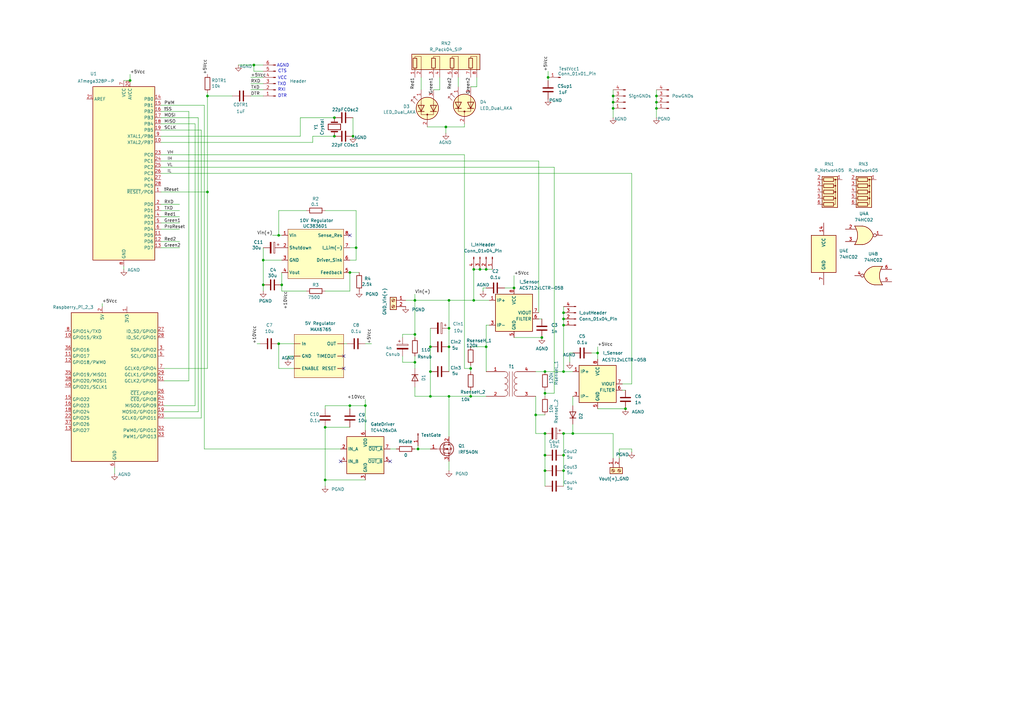
<source format=kicad_sch>
(kicad_sch (version 20250114) (generator "eeschema") (generator_version "9.0")
  (paper "A3")
  (lib_symbols
    (symbol "74xx:74HC02" (pin_names (offset 1.016))
      (property "Reference" "U" (at 0 1.27 0))
      (property "Value" "74HC02" (at 0 -1.27 0))
      (symbol "74HC02_1_1"
        (pin input line (at -7.62 2.54 0) (length 4.318) (name "~") (number "2"))
        (pin input line (at -7.62 -2.54 0) (length 4.318) (name "~") (number "3"))
        (pin output inverted (at 7.62 0 180) (length 3.81) (name "~") (number "1"))
      )
      (symbol "74HC02_1_2"
        (pin input inverted (at -7.62 2.54 0) (length 3.81) (name "~") (number "2"))
        (pin input inverted (at -7.62 -2.54 0) (length 3.81) (name "~") (number "3"))
        (pin output line (at 7.62 0 180) (length 3.81) (name "~") (number "1"))
      )
      (symbol "74HC02_2_1"
        (pin input line (at -7.62 2.54 0) (length 4.318) (name "~") (number "5"))
        (pin input line (at -7.62 -2.54 0) (length 4.318) (name "~") (number "6"))
        (pin output inverted (at 7.62 0 180) (length 3.81) (name "~") (number "4"))
      )
      (symbol "74HC02_2_2"
        (pin input inverted (at -7.62 2.54 0) (length 3.81) (name "~") (number "5"))
        (pin input inverted (at -7.62 -2.54 0) (length 3.81) (name "~") (number "6"))
        (pin output line (at 7.62 0 180) (length 3.81) (name "~") (number "4"))
      )
      (symbol "74HC02_3_1"
        (pin input line (at -7.62 2.54 0) (length 4.318) (name "~") (number "8"))
        (pin input line (at -7.62 -2.54 0) (length 4.318) (name "~") (number "9"))
        (pin output inverted (at 7.62 0 180) (length 3.81) (name "~") (number "10"))
      )
      (symbol "74HC02_3_2"
        (pin input inverted (at -7.62 2.54 0) (length 3.81) (name "~") (number "8"))
        (pin input inverted (at -7.62 -2.54 0) (length 3.81) (name "~") (number "9"))
        (pin output line (at 7.62 0 180) (length 3.81) (name "~") (number "10"))
      )
      (symbol "74HC02_4_1"
        (pin input line (at -7.62 2.54 0) (length 4.318) (name "~") (number "11"))
        (pin input line (at -7.62 -2.54 0) (length 4.318) (name "~") (number "12"))
        (pin output inverted (at 7.62 0 180) (length 3.81) (name "~") (number "13"))
      )
      (symbol "74HC02_4_2"
        (pin input inverted (at -7.62 2.54 0) (length 3.81) (name "~") (number "11"))
        (pin input inverted (at -7.62 -2.54 0) (length 3.81) (name "~") (number "12"))
        (pin output line (at 7.62 0 180) (length 3.81) (name "~") (number "13"))
      )
      (symbol "74HC02_5_0"
        (pin power_in line (at 0 12.7 270) (length 5.08) (name "VCC") (number "14"))
        (pin power_in line (at 0 -12.7 90) (length 5.08) (name "GND") (number "7"))
      )
    )
    (symbol "Connector:Conn_01x01_Pin" (pin_names (offset 1.016) (hide yes))
      (property "Reference" "J" (at 0 2.54 0))
      (property "Value" "Conn_01x01_Pin" (at 0 -2.54 0))
      (symbol "Conn_01x01_Pin_1_1"
        (pin passive line (at 5.08 0 180) (length 3.81) (name "Pin_1") (number "1"))
      )
    )
    (symbol "Connector:Conn_01x04_Pin" (pin_names (offset 1.016) (hide yes))
      (property "Reference" "J" (at 0 5.08 0))
      (property "Value" "Conn_01x04_Pin" (at 0 -7.62 0))
      (symbol "Conn_01x04_Pin_1_1"
        (pin passive line (at 5.08 2.54 180) (length 3.81) (name "Pin_1") (number "1"))
        (pin passive line (at 5.08 0 180) (length 3.81) (name "Pin_2") (number "2"))
        (pin passive line (at 5.08 -2.54 180) (length 3.81) (name "Pin_3") (number "3"))
        (pin passive line (at 5.08 -5.08 180) (length 3.81) (name "Pin_4") (number "4"))
      )
    )
    (symbol "Connector:Raspberry_Pi_2_3"
      (property "Reference" "J" (at -17.78 31.75 0))
      (property "Value" "Raspberry_Pi_2_3" (at 10.16 -31.75 0))
      (symbol "Raspberry_Pi_2_3_1_1"
        (pin bidirectional line (at -20.32 22.86 0) (length 2.54) (name "GPIO14/TXD") (number "8"))
        (pin bidirectional line (at -20.32 20.32 0) (length 2.54) (name "GPIO15/RXD") (number "10"))
        (pin bidirectional line (at -20.32 15.24 0) (length 2.54) (name "GPIO16") (number "36"))
        (pin bidirectional line (at -20.32 12.7 0) (length 2.54) (name "GPIO17") (number "11"))
        (pin bidirectional line (at -20.32 10.16 0) (length 2.54) (name "GPIO18/PWM0") (number "12"))
        (pin bidirectional line (at -20.32 5.08 0) (length 2.54) (name "GPIO19/MISO1") (number "35"))
        (pin bidirectional line (at -20.32 2.54 0) (length 2.54) (name "GPIO20/MOSI1") (number "38"))
        (pin bidirectional line (at -20.32 0 0) (length 2.54) (name "GPIO21/SCLK1") (number "40"))
        (pin bidirectional line (at -20.32 -5.08 0) (length 2.54) (name "GPIO22") (number "15"))
        (pin bidirectional line (at -20.32 -7.62 0) (length 2.54) (name "GPIO23") (number "16"))
        (pin bidirectional line (at -20.32 -10.16 0) (length 2.54) (name "GPIO24") (number "18"))
        (pin bidirectional line (at -20.32 -12.7 0) (length 2.54) (name "GPIO25") (number "22"))
        (pin bidirectional line (at -20.32 -15.24 0) (length 2.54) (name "GPIO26") (number "37"))
        (pin bidirectional line (at -20.32 -17.78 0) (length 2.54) (name "GPIO27") (number "13"))
        (pin power_in line (at -5.08 33.02 270) (length 2.54) (name "5V") (number "2"))
        (pin passive line (at -5.08 33.02 270) (length 2.54) (hide yes) (name "5V") (number "4"))
        (pin passive line (at 0 -33.02 90) (length 2.54) (hide yes) (name "GND") (number "14"))
        (pin passive line (at 0 -33.02 90) (length 2.54) (hide yes) (name "GND") (number "20"))
        (pin passive line (at 0 -33.02 90) (length 2.54) (hide yes) (name "GND") (number "25"))
        (pin passive line (at 0 -33.02 90) (length 2.54) (hide yes) (name "GND") (number "30"))
        (pin passive line (at 0 -33.02 90) (length 2.54) (hide yes) (name "GND") (number "34"))
        (pin passive line (at 0 -33.02 90) (length 2.54) (hide yes) (name "GND") (number "39"))
        (pin power_in line (at 0 -33.02 90) (length 2.54) (name "GND") (number "6"))
        (pin passive line (at 0 -33.02 90) (length 2.54) (hide yes) (name "GND") (number "9"))
        (pin power_in line (at 5.08 33.02 270) (length 2.54) (name "3V3") (number "1"))
        (pin passive line (at 5.08 33.02 270) (length 2.54) (hide yes) (name "3V3") (number "17"))
        (pin bidirectional line (at 20.32 22.86 180) (length 2.54) (name "ID_SD/GPIO0") (number "27"))
        (pin bidirectional line (at 20.32 20.32 180) (length 2.54) (name "ID_SC/GPIO1") (number "28"))
        (pin bidirectional line (at 20.32 15.24 180) (length 2.54) (name "SDA/GPIO2") (number "3"))
        (pin bidirectional line (at 20.32 12.7 180) (length 2.54) (name "SCL/GPIO3") (number "5"))
        (pin bidirectional line (at 20.32 7.62 180) (length 2.54) (name "GCLK0/GPIO4") (number "7"))
        (pin bidirectional line (at 20.32 5.08 180) (length 2.54) (name "GCLK1/GPIO5") (number "29"))
        (pin bidirectional line (at 20.32 2.54 180) (length 2.54) (name "GCLK2/GPIO6") (number "31"))
        (pin bidirectional line (at 20.32 -2.54 180) (length 2.54) (name "~{CE1}/GPIO7") (number "26"))
        (pin bidirectional line (at 20.32 -5.08 180) (length 2.54) (name "~{CE0}/GPIO8") (number "24"))
        (pin bidirectional line (at 20.32 -7.62 180) (length 2.54) (name "MISO0/GPIO9") (number "21"))
        (pin bidirectional line (at 20.32 -10.16 180) (length 2.54) (name "MOSI0/GPIO10") (number "19"))
        (pin bidirectional line (at 20.32 -12.7 180) (length 2.54) (name "SCLK0/GPIO11") (number "23"))
        (pin bidirectional line (at 20.32 -17.78 180) (length 2.54) (name "PWM0/GPIO12") (number "32"))
        (pin bidirectional line (at 20.32 -20.32 180) (length 2.54) (name "PWM1/GPIO13") (number "33"))
      )
    )
    (symbol "Connector:Screw_Terminal_01x02" (pin_names (offset 1.016) (hide yes))
      (property "Reference" "J" (at 0 2.54 0))
      (property "Value" "Screw_Terminal_01x02" (at 0 -5.08 0))
      (symbol "Screw_Terminal_01x02_1_1"
        (pin passive line (at -5.08 0 0) (length 3.81) (name "Pin_1") (number "1"))
        (pin passive line (at -5.08 -2.54 0) (length 3.81) (name "Pin_2") (number "2"))
      )
    )
    (symbol "Device:C" (pin_numbers (hide yes)) (pin_names (offset 0.254))
      (property "Reference" "C" (at 0.635 2.54 0))
      (property "Value" "C" (at 0.635 -2.54 0))
      (symbol "C_1_1"
        (pin passive line (at 0 3.81 270) (length 2.794) (name "~") (number "1"))
        (pin passive line (at 0 -3.81 90) (length 2.794) (name "~") (number "2"))
      )
    )
    (symbol "Device:C_Polarized" (pin_numbers (hide yes)) (pin_names (offset 0.254))
      (property "Reference" "C" (at 0.635 2.54 0))
      (property "Value" "C_Polarized" (at 0.635 -2.54 0))
      (symbol "C_Polarized_1_1"
        (pin passive line (at 0 3.81 270) (length 2.794) (name "~") (number "1"))
        (pin passive line (at 0 -3.81 90) (length 2.794) (name "~") (number "2"))
      )
    )
    (symbol "Device:D" (pin_numbers (hide yes)) (pin_names (offset 1.016) (hide yes))
      (property "Reference" "D" (at 0 2.54 0))
      (property "Value" "D" (at 0 -2.54 0))
      (symbol "D_1_1"
        (pin passive line (at -3.81 0 0) (length 2.54) (name "K") (number "1"))
        (pin passive line (at 3.81 0 180) (length 2.54) (name "A") (number "2"))
      )
    )
    (symbol "Device:LED_Dual_AKA" (pin_names (offset 0) (hide yes))
      (property "Reference" "D" (at 0 5.715 0))
      (property "Value" "LED_Dual_AKA" (at 0 -6.35 0))
      (symbol "LED_Dual_AKA_1_1"
        (pin input line (at -7.62 0 0) (length 3.048) (name "K") (number "2"))
        (pin input line (at 7.62 2.54 180) (length 3.81) (name "A1") (number "1"))
        (pin input line (at 7.62 -2.54 180) (length 3.81) (name "A2") (number "3"))
      )
    )
    (symbol "Device:R" (pin_numbers (hide yes)) (pin_names (offset 0))
      (property "Reference" "R" (at 2.032 0 90))
      (property "Value" "R" (at 0 0 90))
      (symbol "R_1_1"
        (pin passive line (at 0 3.81 270) (length 1.27) (name "~") (number "1"))
        (pin passive line (at 0 -3.81 90) (length 1.27) (name "~") (number "2"))
      )
    )
    (symbol "Device:R_Network05" (pin_names (offset 0) (hide yes))
      (property "Reference" "RN" (at -7.62 0 90))
      (property "Value" "R_Network05" (at 7.62 0 90))
      (symbol "R_Network05_1_1"
        (pin passive line (at -5.08 5.08 270) (length 2.54) (name "common") (number "1"))
        (pin passive line (at -5.08 -5.08 90) (length 1.27) (name "R1") (number "2"))
        (pin passive line (at -2.54 -5.08 90) (length 1.27) (name "R2") (number "3"))
        (pin passive line (at 0 -5.08 90) (length 1.27) (name "R3") (number "4"))
        (pin passive line (at 2.54 -5.08 90) (length 1.27) (name "R4") (number "5"))
        (pin passive line (at 5.08 -5.08 90) (length 1.27) (name "R5") (number "6"))
      )
    )
    (symbol "Device:R_Pack04_SIP" (pin_names (offset 0) (hide yes))
      (property "Reference" "RN" (at -15.24 0 90))
      (property "Value" "R_Pack04_SIP" (at 15.24 0 90))
      (symbol "R_Pack04_SIP_1_1"
        (pin passive line (at -12.7 -5.08 90) (length 3.81) (name "R1.1") (number "1"))
        (pin passive line (at -10.16 -5.08 90) (length 3.81) (name "R1.2") (number "2"))
        (pin passive line (at -5.08 -5.08 90) (length 3.81) (name "R2.1") (number "3"))
        (pin passive line (at -2.54 -5.08 90) (length 3.81) (name "R2.2") (number "4"))
        (pin passive line (at 2.54 -5.08 90) (length 3.81) (name "R3.1") (number "5"))
        (pin passive line (at 5.08 -5.08 90) (length 3.81) (name "R3.2") (number "6"))
        (pin passive line (at 10.16 -5.08 90) (length 3.81) (name "R4.1") (number "7"))
        (pin passive line (at 12.7 -5.08 90) (length 3.81) (name "R4.2") (number "8"))
      )
    )
    (symbol "Device:Transformer_1P_1S" (pin_names (offset 1.016) (hide yes))
      (property "Reference" "T" (at 0 6.35 0))
      (property "Value" "Transformer_1P_1S" (at 0 -7.62 0))
      (symbol "Transformer_1P_1S_1_1"
        (pin passive line (at -10.16 5.08 0) (length 7.62) (name "AA") (number "1"))
        (pin passive line (at -10.16 -5.08 0) (length 7.62) (name "AB") (number "2"))
        (pin passive line (at 10.16 5.08 180) (length 7.62) (name "SB") (number "4"))
        (pin passive line (at 10.16 -5.08 180) (length 7.62) (name "SA") (number "3"))
      )
    )
    (symbol "Driver_FET:TC4426xOA"
      (property "Reference" "U" (at -7.62 8.89 0))
      (property "Value" "TC4426xOA" (at 1.27 8.89 0))
      (symbol "TC4426xOA_1_1"
        (pin input line (at -10.16 2.54 0) (length 2.54) (name "IN_A") (number "2"))
        (pin input line (at -10.16 -2.54 0) (length 2.54) (name "IN_B") (number "4"))
        (pin no_connect line (at -7.62 0 0) (length 2.54) (hide yes) (name "NC") (number "1"))
        (pin power_in line (at 0 10.16 270) (length 2.54) (name "VDD") (number "6"))
        (pin power_in line (at 0 -10.16 90) (length 2.54) (name "GND") (number "3"))
        (pin no_connect line (at 7.62 0 180) (length 2.54) (hide yes) (name "NC") (number "8"))
        (pin output line (at 10.16 2.54 180) (length 2.54) (name "~{OUT_A}") (number "7"))
        (pin output line (at 10.16 -2.54 180) (length 2.54) (name "~{OUT_B}") (number "5"))
      )
    )
    (symbol "MCU_Microchip_ATmega:ATmega328P-P"
      (property "Reference" "U" (at -12.7 36.83 0))
      (property "Value" "ATmega328P-P" (at 2.54 -36.83 0))
      (symbol "ATmega328P-P_1_1"
        (pin passive line (at -15.24 30.48 0) (length 2.54) (name "AREF") (number "21"))
        (pin power_in line (at 0 38.1 270) (length 2.54) (name "VCC") (number "7"))
        (pin passive line (at 0 -38.1 90) (length 2.54) (hide yes) (name "GND") (number "22"))
        (pin power_in line (at 0 -38.1 90) (length 2.54) (name "GND") (number "8"))
        (pin power_in line (at 2.54 38.1 270) (length 2.54) (name "AVCC") (number "20"))
        (pin bidirectional line (at 15.24 30.48 180) (length 2.54) (name "PB0") (number "14"))
        (pin bidirectional line (at 15.24 27.94 180) (length 2.54) (name "PB1") (number "15"))
        (pin bidirectional line (at 15.24 25.4 180) (length 2.54) (name "PB2") (number "16"))
        (pin bidirectional line (at 15.24 22.86 180) (length 2.54) (name "PB3") (number "17"))
        (pin bidirectional line (at 15.24 20.32 180) (length 2.54) (name "PB4") (number "18"))
        (pin bidirectional line (at 15.24 17.78 180) (length 2.54) (name "PB5") (number "19"))
        (pin bidirectional line (at 15.24 15.24 180) (length 2.54) (name "XTAL1/PB6") (number "9"))
        (pin bidirectional line (at 15.24 12.7 180) (length 2.54) (name "XTAL2/PB7") (number "10"))
        (pin bidirectional line (at 15.24 7.62 180) (length 2.54) (name "PC0") (number "23"))
        (pin bidirectional line (at 15.24 5.08 180) (length 2.54) (name "PC1") (number "24"))
        (pin bidirectional line (at 15.24 2.54 180) (length 2.54) (name "PC2") (number "25"))
        (pin bidirectional line (at 15.24 0 180) (length 2.54) (name "PC3") (number "26"))
        (pin bidirectional line (at 15.24 -2.54 180) (length 2.54) (name "PC4") (number "27"))
        (pin bidirectional line (at 15.24 -5.08 180) (length 2.54) (name "PC5") (number "28"))
        (pin bidirectional line (at 15.24 -7.62 180) (length 2.54) (name "~{RESET}/PC6") (number "1"))
        (pin bidirectional line (at 15.24 -12.7 180) (length 2.54) (name "PD0") (number "2"))
        (pin bidirectional line (at 15.24 -15.24 180) (length 2.54) (name "PD1") (number "3"))
        (pin bidirectional line (at 15.24 -17.78 180) (length 2.54) (name "PD2") (number "4"))
        (pin bidirectional line (at 15.24 -20.32 180) (length 2.54) (name "PD3") (number "5"))
        (pin bidirectional line (at 15.24 -22.86 180) (length 2.54) (name "PD4") (number "6"))
        (pin bidirectional line (at 15.24 -25.4 180) (length 2.54) (name "PD5") (number "11"))
        (pin bidirectional line (at 15.24 -27.94 180) (length 2.54) (name "PD6") (number "12"))
        (pin bidirectional line (at 15.24 -30.48 180) (length 2.54) (name "PD7") (number "13"))
      )
    )
    (symbol "New_Library:MAX6765"
      (property "Reference" "MAX6765" (at 0 0 0))
      (symbol "MAX6765_1_1"
        (pin input line (at -10.16 -5.08 0) (length 2.54) (name "In") (number ""))
        (pin input line (at -10.16 -10.16 0) (length 2.54) (name "GND") (number ""))
        (pin input line (at -10.16 -15.24 0) (length 2.54) (name "ENABLE") (number ""))
        (pin input line (at 10.16 -5.08 180) (length 2.54) (name "OUT") (number ""))
        (pin input line (at 10.16 -10.16 180) (length 2.54) (name "TIMEOUT") (number ""))
        (pin input line (at 10.16 -15.24 180) (length 2.54) (name "RESET") (number ""))
      )
    )
    (symbol "Regulator:UC2836D"
      (property "Reference" "UC2836D" (at 0 0 0))
      (symbol "UC2836D_1_1"
        (pin input line (at -13.97 -3.81 0) (length 2.54) (name "Vin") (number "1"))
        (pin input line (at -13.97 -8.89 0) (length 2.54) (name "Shutdown") (number "2"))
        (pin output line (at -13.97 -13.97 0) (length 2.54) (name "GND") (number "3"))
        (pin output line (at -13.97 -19.05 0) (length 2.54) (name "Vout") (number "4"))
        (pin unspecified line (at 13.97 -3.81 180) (length 2.54) (name "Sense_Res") (number "8"))
        (pin output line (at 13.97 -8.89 180) (length 2.54) (name "I_Lim(-)") (number "7"))
        (pin input line (at 13.97 -13.97 180) (length 2.54) (name "Driver_Sink") (number "6"))
        (pin input line (at 13.97 -19.05 180) (length 2.54) (name "Feedback") (number "5"))
      )
    )
    (symbol "Sensor_Current:ACS712xLCTR-05B"
      (property "Reference" "U" (at 2.54 11.43 0))
      (property "Value" "ACS712xLCTR-05B" (at 2.54 8.89 0))
      (symbol "ACS712xLCTR-05B_1_1"
        (pin passive line (at -10.16 5.08 0) (length 2.54) (name "IP+") (number "1"))
        (pin passive line (at -10.16 5.08 0) (length 2.54) (hide yes) (name "IP+") (number "2"))
        (pin passive line (at -10.16 -5.08 0) (length 2.54) (name "IP-") (number "3"))
        (pin passive line (at -10.16 -5.08 0) (length 2.54) (hide yes) (name "IP-") (number "4"))
        (pin power_in line (at 0 10.16 270) (length 2.54) (name "VCC") (number "8"))
        (pin power_in line (at 0 -10.16 90) (length 2.54) (name "GND") (number "5"))
        (pin output line (at 10.16 0 180) (length 2.54) (name "VIOUT") (number "7"))
        (pin passive line (at 10.16 -2.54 180) (length 2.54) (name "FILTER") (number "6"))
      )
    )
    (symbol "Transistor_FET:IRF540N" (pin_names (hide yes))
      (property "Reference" "Q" (at 5.08 1.905 0))
      (property "Value" "IRF540N" (at 5.08 0 0))
      (symbol "IRF540N_1_1"
        (pin input line (at -5.08 0 0) (length 2.54) (name "G") (number "1"))
        (pin passive line (at 2.54 5.08 270) (length 2.54) (name "D") (number "2"))
        (pin passive line (at 2.54 -5.08 90) (length 2.54) (name "S") (number "3"))
      )
    )
    (symbol "Xtal_16MHz:Crystal" (pin_numbers (hide yes)) (pin_names (offset 1.016) (hide yes))
      (property "Reference" "Y" (at 0 3.81 0))
      (property "Value" "Crystal" (at 0 -3.81 0))
      (symbol "Crystal_1_1"
        (pin passive line (at -3.81 0 0) (length 1.27) (name "1") (number "1"))
        (pin passive line (at 3.81 0 180) (length 1.27) (name "2") (number "2"))
      )
    )
    (symbol "conn_01x06_male:Conn_01x06_Male" (pin_names (offset 1.016) (hide yes))
      (property "Reference" "HeaderFTDI1" (at -6.35 -1.524 0))
      (property "Value" "Conn_01x06_Male" (at -6.35 -3.8354 0))
      (symbol "Conn_01x06_Male_1_1"
        (pin passive line (at 5.08 5.08 180) (length 3.81) (name "Pin_1") (number "1"))
        (pin passive line (at 5.08 2.54 180) (length 3.81) (name "Pin_2") (number "2"))
        (pin passive line (at 5.08 0 180) (length 3.81) (name "Pin_3") (number "3"))
        (pin passive line (at 5.08 -2.54 180) (length 3.81) (name "Pin_4") (number "4"))
        (pin passive line (at 5.08 -5.08 180) (length 3.81) (name "Pin_5") (number "5"))
        (pin passive line (at 5.08 -7.62 180) (length 3.81) (name "Pin_6") (number "6"))
      )
    )
    (symbol "power:GND" (power) (pin_numbers (hide yes)) (pin_names (offset 0) (hide yes))
      (property "Value" "GND" (at 0 -3.81 0))
      (symbol "GND_1_1"
        (pin power_in line (at 0 0 270) (length 0) (name "~") (number "1"))
      )
    )
  )
  (text "VCC" (at 115.824 32.004 0) (effects (font (size 1.27 1.27))))
  (text "CTS\n" (at 115.824 29.21 0) (effects (font (size 1.27 1.27))))
  (text "TXO\n\n" (at 115.57 35.56 0) (effects (font (size 1.27 1.27))))
  (text "DTR\n" (at 115.824 39.37 0) (effects (font (size 1.27 1.27))))
  (text "RXI\n" (at 115.57 36.83 0) (effects (font (size 1.27 1.27))))
  (text "AGND\n\n" (at 116.078 27.94 0) (effects (font (size 1.27 1.27))))
  (junction (at 170.18 123.19))
  (junction (at 231.14 130.81))
  (junction (at 133.35 175.26))
  (junction (at 269.24 41.91))
  (junction (at 149.86 166.37))
  (junction (at 231.14 186.69))
  (junction (at 199.39 110.49))
  (junction (at 176.53 152.4))
  (junction (at 143.51 166.37))
  (junction (at 194.31 123.19))
  (junction (at 251.46 39.37))
  (junction (at 170.18 137.16))
  (junction (at 184.15 134.62))
  (junction (at 210.82 118.11))
  (junction (at 231.14 193.04))
  (junction (at 251.46 41.91))
  (junction (at 196.85 110.49))
  (junction (at 231.14 128.27))
  (junction (at 223.52 177.8))
  (junction (at 193.04 151.13))
  (junction (at 182.88 52.07))
  (junction (at 104.14 26.67))
  (junction (at 224.79 31.75))
  (junction (at 245.11 144.78))
  (junction (at 144.78 55.88))
  (junction (at 115.57 116.84))
  (junction (at 114.3 140.97))
  (junction (at 231.14 152.4))
  (junction (at 171.45 184.15))
  (junction (at 107.95 106.68))
  (junction (at 251.46 44.45))
  (junction (at 231.14 133.35))
  (junction (at 269.24 44.45))
  (junction (at 223.52 161.29))
  (junction (at 170.18 148.59))
  (junction (at 223.52 193.04))
  (junction (at 143.51 111.76))
  (junction (at 223.52 186.69))
  (junction (at 193.04 162.56))
  (junction (at 85.09 39.37))
  (junction (at 184.15 123.19))
  (junction (at 184.15 162.56))
  (junction (at 184.15 142.24))
  (junction (at 194.31 110.49))
  (junction (at 223.52 152.4))
  (junction (at 269.24 39.37))
  (junction (at 107.95 116.84))
  (junction (at 256.54 167.64))
  (junction (at 222.25 138.43))
  (junction (at 146.05 101.6))
  (junction (at 114.3 96.52))
  (junction (at 231.14 177.8))
  (junction (at 85.09 78.74))
  (junction (at 53.34 33.02))
  (junction (at 176.53 162.56))
  (junction (at 199.39 142.24))
  (junction (at 176.53 142.24))
  (junction (at 137.16 55.88))
  (junction (at 137.16 48.26))
  (junction (at 133.35 196.85))
  (junction (at 234.95 177.8))
  (junction (at 219.71 170.18))
  (no_connect (at 140.97 151.13))
  (no_connect (at 143.51 96.52))
  (no_connect (at 140.97 146.05))
  (no_connect (at 139.7 189.23))
  (no_connect (at 160.02 189.23))
  (wire (pts (xy 80.01 166.37) (xy 80.01 50.8)))
  (wire (pts (xy 231.14 133.35) (xy 231.14 152.4)))
  (wire (pts (xy 67.31 166.37) (xy 80.01 166.37)))
  (wire (pts (xy 146.05 106.68) (xy 146.05 101.6)))
  (wire (pts (xy 123.19 55.88) (xy 66.04 55.88)))
  (wire (pts (xy 176.53 134.62) (xy 176.53 142.24)))
  (wire (pts (xy 234.95 162.56) (xy 234.95 166.37)))
  (wire (pts (xy 111.76 96.52) (xy 114.3 96.52)))
  (wire (pts (xy 219.71 170.18) (xy 223.52 170.18)))
  (wire (pts (xy 194.31 110.49) (xy 196.85 110.49)))
  (wire (pts (xy 193.04 142.24) (xy 199.39 142.24)))
  (wire (pts (xy 46.99 191.77) (xy 46.99 194.31)))
  (wire (pts (xy 176.53 162.56) (xy 184.15 162.56)))
  (wire (pts (xy 219.71 162.56) (xy 219.71 170.18)))
  (wire (pts (xy 223.52 152.4) (xy 231.14 152.4)))
  (wire (pts (xy 219.71 170.18) (xy 219.71 177.8)))
  (wire (pts (xy 77.47 156.21) (xy 77.47 45.72)))
  (wire (pts (xy 199.39 118.11) (xy 198.12 118.11)))
  (wire (pts (xy 190.5 151.13) (xy 193.04 151.13)))
  (wire (pts (xy 222.25 130.81) (xy 220.98 130.81)))
  (wire (pts (xy 128.27 55.88) (xy 128.27 58.42)))
  (wire (pts (xy 231.14 130.81) (xy 231.14 133.35)))
  (wire (pts (xy 176.53 142.24) (xy 176.53 152.4)))
  (wire (pts (xy 170.18 148.59) (xy 170.18 146.05)))
  (wire (pts (xy 133.35 175.26) (xy 133.35 196.85)))
  (wire (pts (xy 199.39 162.56) (xy 193.04 162.56)))
  (wire (pts (xy 85.09 78.74) (xy 85.09 39.37)))
  (wire (pts (xy 102.87 34.29) (xy 107.95 34.29)))
  (wire (pts (xy 251.46 36.83) (xy 251.46 39.37)))
  (wire (pts (xy 133.35 86.36) (xy 146.05 86.36)))
  (wire (pts (xy 176.53 152.4) (xy 176.53 162.56)))
  (wire (pts (xy 83.82 43.18) (xy 83.82 184.15)))
  (wire (pts (xy 207.01 118.11) (xy 210.82 118.11)))
  (wire (pts (xy 182.88 52.07) (xy 190.5 52.07)))
  (wire (pts (xy 67.31 171.45) (xy 82.55 171.45)))
  (wire (pts (xy 259.08 71.12) (xy 259.08 157.48)))
  (wire (pts (xy 118.11 146.05) (xy 120.65 146.05)))
  (wire (pts (xy 245.11 144.78) (xy 245.11 147.32)))
  (wire (pts (xy 105.41 140.97) (xy 106.68 140.97)))
  (wire (pts (xy 175.26 52.07) (xy 182.88 52.07)))
  (wire (pts (xy 180.34 31.75) (xy 180.34 36.83)))
  (wire (pts (xy 160.02 184.15) (xy 162.56 184.15)))
  (wire (pts (xy 223.52 186.69) (xy 223.52 193.04)))
  (wire (pts (xy 133.35 119.38) (xy 143.51 119.38)))
  (wire (pts (xy 85.09 39.37) (xy 95.25 39.37)))
  (wire (pts (xy 82.55 171.45) (xy 82.55 53.34)))
  (wire (pts (xy 104.14 26.67) (xy 107.95 26.67)))
  (wire (pts (xy 231.14 125.73) (xy 231.14 128.27)))
  (wire (pts (xy 66.04 83.82) (xy 73.66 83.82)))
  (wire (pts (xy 172.72 31.75) (xy 172.72 36.83)))
  (wire (pts (xy 233.68 144.78) (xy 233.68 148.59)))
  (wire (pts (xy 187.96 31.75) (xy 187.96 35.56)))
  (wire (pts (xy 170.18 138.43) (xy 170.18 137.16)))
  (wire (pts (xy 143.51 119.38) (xy 143.51 111.76)))
  (wire (pts (xy 170.18 162.56) (xy 170.18 158.75)))
  (wire (pts (xy 114.3 151.13) (xy 120.65 151.13)))
  (wire (pts (xy 149.86 166.37) (xy 149.86 176.53)))
  (wire (pts (xy 66.04 93.98) (xy 73.66 93.98)))
  (wire (pts (xy 144.78 48.26) (xy 144.78 55.88)))
  (wire (pts (xy 80.01 50.8) (xy 66.04 50.8)))
  (wire (pts (xy 184.15 123.19) (xy 184.15 134.62)))
  (wire (pts (xy 50.8 33.02) (xy 53.34 33.02)))
  (wire (pts (xy 149.86 140.97) (xy 152.4 140.97)))
  (wire (pts (xy 210.82 113.03) (xy 210.82 118.11)))
  (wire (pts (xy 133.35 196.85) (xy 149.86 196.85)))
  (wire (pts (xy 149.86 166.37) (xy 149.86 163.83)))
  (wire (pts (xy 114.3 96.52) (xy 115.57 96.52)))
  (wire (pts (xy 165.1 146.05) (xy 165.1 148.59)))
  (wire (pts (xy 194.31 123.19) (xy 200.66 123.19)))
  (wire (pts (xy 53.34 30.48) (xy 53.34 33.02)))
  (wire (pts (xy 195.58 31.75) (xy 195.58 35.56)))
  (wire (pts (xy 184.15 162.56) (xy 184.15 179.07)))
  (wire (pts (xy 171.45 184.15) (xy 176.53 184.15)))
  (wire (pts (xy 220.98 66.04) (xy 66.04 66.04)))
  (wire (pts (xy 234.95 177.8) (xy 234.95 173.99)))
  (wire (pts (xy 196.85 110.49) (xy 199.39 110.49)))
  (wire (pts (xy 231.14 177.8) (xy 234.95 177.8)))
  (wire (pts (xy 115.57 119.38) (xy 125.73 119.38)))
  (wire (pts (xy 107.95 106.68) (xy 115.57 106.68)))
  (wire (pts (xy 66.04 68.58) (xy 227.33 68.58)))
  (wire (pts (xy 170.18 184.15) (xy 171.45 184.15)))
  (wire (pts (xy 231.14 128.27) (xy 231.14 130.81)))
  (wire (pts (xy 133.35 175.26) (xy 143.51 175.26)))
  (wire (pts (xy 234.95 144.78) (xy 233.68 144.78)))
  (wire (pts (xy 128.27 55.88) (xy 137.16 55.88)))
  (wire (pts (xy 224.79 31.75) (xy 224.79 33.02)))
  (wire (pts (xy 193.04 151.13) (xy 193.04 152.4)))
  (wire (pts (xy 83.82 184.15) (xy 139.7 184.15)))
  (wire (pts (xy 199.39 110.49) (xy 201.93 110.49)))
  (wire (pts (xy 171.45 182.88) (xy 171.45 184.15)))
  (wire (pts (xy 193.04 162.56) (xy 184.15 162.56)))
  (wire (pts (xy 85.09 38.1) (xy 85.09 39.37)))
  (wire (pts (xy 114.3 86.36) (xy 125.73 86.36)))
  (wire (pts (xy 146.05 101.6) (xy 143.51 101.6)))
  (wire (pts (xy 254 184.15) (xy 259.08 184.15)))
  (wire (pts (xy 177.8 36.83) (xy 180.34 36.83)))
  (wire (pts (xy 182.88 52.07) (xy 182.88 54.61)))
  (wire (pts (xy 199.39 142.24) (xy 199.39 152.4)))
  (wire (pts (xy 170.18 137.16) (xy 170.18 123.19)))
  (wire (pts (xy 269.24 36.83) (xy 269.24 39.37)))
  (wire (pts (xy 114.3 96.52) (xy 114.3 86.36)))
  (wire (pts (xy 184.15 142.24) (xy 184.15 152.4)))
  (wire (pts (xy 224.79 29.21) (xy 224.79 31.75)))
  (wire (pts (xy 231.14 186.69) (xy 231.14 177.8)))
  (wire (pts (xy 184.15 123.19) (xy 194.31 123.19)))
  (wire (pts (xy 251.46 177.8) (xy 251.46 187.96)))
  (wire (pts (xy 133.35 167.64) (xy 133.35 166.37)))
  (wire (pts (xy 66.04 86.36) (xy 73.66 86.36)))
  (wire (pts (xy 245.11 142.24) (xy 245.11 144.78)))
  (wire (pts (xy 66.04 78.74) (xy 85.09 78.74)))
  (wire (pts (xy 193.04 35.56) (xy 195.58 35.56)))
  (wire (pts (xy 255.27 157.48) (xy 259.08 157.48)))
  (wire (pts (xy 123.19 48.26) (xy 137.16 48.26)))
  (wire (pts (xy 170.18 151.13) (xy 170.18 148.59)))
  (wire (pts (xy 256.54 160.02) (xy 255.27 160.02)))
  (wire (pts (xy 41.91 124.46) (xy 41.91 125.73)))
  (wire (pts (xy 184.15 134.62) (xy 184.15 142.24)))
  (wire (pts (xy 219.71 177.8) (xy 223.52 177.8)))
  (wire (pts (xy 251.46 177.8) (xy 234.95 177.8)))
  (wire (pts (xy 140.97 140.97) (xy 142.24 140.97)))
  (wire (pts (xy 269.24 39.37) (xy 269.24 41.91)))
  (wire (pts (xy 245.11 167.64) (xy 256.54 167.64)))
  (wire (pts (xy 198.12 118.11) (xy 198.12 119.38)))
  (wire (pts (xy 193.04 149.86) (xy 193.04 151.13)))
  (wire (pts (xy 227.33 161.29) (xy 223.52 161.29)))
  (wire (pts (xy 97.79 26.67) (xy 104.14 26.67)))
  (wire (pts (xy 165.1 148.59) (xy 170.18 148.59)))
  (wire (pts (xy 223.52 161.29) (xy 223.52 160.02)))
  (wire (pts (xy 67.31 168.91) (xy 81.28 168.91)))
  (wire (pts (xy 170.18 162.56) (xy 176.53 162.56)))
  (wire (pts (xy 190.5 52.07) (xy 190.5 50.8)))
  (wire (pts (xy 254 184.15) (xy 254 187.96)))
  (wire (pts (xy 66.04 91.44) (xy 73.66 91.44)))
  (wire (pts (xy 102.87 31.75) (xy 107.95 31.75)))
  (wire (pts (xy 231.14 152.4) (xy 234.95 152.4)))
  (wire (pts (xy 66.04 63.5) (xy 190.5 63.5)))
  (wire (pts (xy 223.52 177.8) (xy 223.52 186.69)))
  (wire (pts (xy 146.05 86.36) (xy 146.05 101.6)))
  (wire (pts (xy 231.14 193.04) (xy 231.14 186.69)))
  (wire (pts (xy 133.35 166.37) (xy 143.51 166.37)))
  (wire (pts (xy 102.87 36.83) (xy 107.95 36.83)))
  (wire (pts (xy 66.04 99.06) (xy 73.66 99.06)))
  (wire (pts (xy 107.95 101.6) (xy 107.95 106.68)))
  (wire (pts (xy 66.04 71.12) (xy 259.08 71.12)))
  (wire (pts (xy 143.51 106.68) (xy 146.05 106.68)))
  (wire (pts (xy 66.04 88.9) (xy 73.66 88.9)))
  (wire (pts (xy 170.18 120.65) (xy 170.18 123.19)))
  (wire (pts (xy 66.04 45.72) (xy 77.47 45.72)))
  (wire (pts (xy 251.46 44.45) (xy 251.46 48.26)))
  (wire (pts (xy 166.37 123.19) (xy 170.18 123.19)))
  (wire (pts (xy 251.46 39.37) (xy 251.46 41.91)))
  (wire (pts (xy 165.1 137.16) (xy 170.18 137.16)))
  (wire (pts (xy 227.33 68.58) (xy 227.33 161.29)))
  (wire (pts (xy 269.24 41.91) (xy 269.24 44.45)))
  (wire (pts (xy 85.09 151.13) (xy 85.09 78.74)))
  (wire (pts (xy 143.51 111.76) (xy 147.32 111.76)))
  (wire (pts (xy 107.95 119.38) (xy 107.95 116.84)))
  (wire (pts (xy 123.19 48.26) (xy 123.19 55.88)))
  (wire (pts (xy 200.66 133.35) (xy 199.39 133.35)))
  (wire (pts (xy 170.18 123.19) (xy 184.15 123.19)))
  (wire (pts (xy 81.28 168.91) (xy 81.28 48.26)))
  (wire (pts (xy 223.52 193.04) (xy 223.52 199.39)))
  (wire (pts (xy 165.1 138.43) (xy 165.1 137.16)))
  (wire (pts (xy 220.98 128.27) (xy 220.98 66.04)))
  (wire (pts (xy 104.14 26.67) (xy 104.14 29.21)))
  (wire (pts (xy 184.15 189.23) (xy 184.15 193.04)))
  (wire (pts (xy 219.71 152.4) (xy 223.52 152.4)))
  (wire (pts (xy 210.82 138.43) (xy 222.25 138.43)))
  (wire (pts (xy 81.28 48.26) (xy 66.04 48.26)))
  (wire (pts (xy 114.3 151.13) (xy 114.3 140.97)))
  (wire (pts (xy 115.57 111.76) (xy 115.57 116.84)))
  (wire (pts (xy 66.04 101.6) (xy 73.66 101.6)))
  (wire (pts (xy 190.5 63.5) (xy 190.5 151.13)))
  (wire (pts (xy 107.95 106.68) (xy 107.95 116.84)))
  (wire (pts (xy 149.86 166.37) (xy 143.51 166.37)))
  (wire (pts (xy 118.11 146.05) (xy 118.11 147.32)))
  (wire (pts (xy 77.47 156.21) (xy 67.31 156.21)))
  (wire (pts (xy 251.46 41.91) (xy 251.46 44.45)))
  (wire (pts (xy 107.95 29.21) (xy 104.14 29.21)))
  (wire (pts (xy 82.55 53.34) (xy 66.04 53.34)))
  (wire (pts (xy 115.57 116.84) (xy 115.57 119.38)))
  (wire (pts (xy 133.35 196.85) (xy 133.35 199.39)))
  (wire (pts (xy 128.27 58.42) (xy 66.04 58.42)))
  (wire (pts (xy 120.65 140.97) (xy 114.3 140.97)))
  (wire (pts (xy 223.52 162.56) (xy 223.52 161.29)))
  (wire (pts (xy 50.8 109.22) (xy 50.8 110.49)))
  (wire (pts (xy 66.04 43.18) (xy 83.82 43.18)))
  (wire (pts (xy 269.24 44.45) (xy 269.24 48.26)))
  (wire (pts (xy 67.31 151.13) (xy 85.09 151.13)))
  (wire (pts (xy 102.87 39.37) (xy 107.95 39.37)))
  (wire (pts (xy 199.39 133.35) (xy 199.39 142.24)))
  (wire (pts (xy 193.04 160.02) (xy 193.04 162.56)))
  (wire (pts (xy 242.57 144.78) (xy 245.11 144.78)))
  (wire (pts (xy 143.51 166.37) (xy 143.51 167.64)))
  (wire (pts (xy 259.08 184.15) (xy 259.08 185.42)))
  (wire (pts (xy 194.31 110.49) (xy 194.31 123.19)))
  (wire (pts (xy 231.14 199.39) (xy 231.14 193.04)))
  (label "Red2" (at 185.42 31.75 270))
  (label "+5Vcc" (at 85.09 30.48 90))
  (label "TXD" (at 67.31 86.36 0))
  (label "Green2" (at 193.04 31.75 270))
  (label "MISO" (at 67.31 50.8 0))
  (label "ProReset" (at 67.31 93.98 0))
  (label "Vin(+)" (at 111.76 96.52 180))
  (label "Vin(+)" (at 170.18 120.65 0))
  (label "VH" (at 68.58 63.5 0))
  (label "IH" (at 68.58 66.04 0))
  (label "Green2" (at 67.31 101.6 0))
  (label "RXD" (at 67.31 83.82 0))
  (label "+10Vcc" (at 118.11 119.38 270))
  (label "+5Vcc" (at 210.82 113.03 0))
  (label "Red2" (at 67.31 99.06 0))
  (label "Green1" (at 177.8 31.75 270))
  (label "RXD" (at 102.87 34.29 0))
  (label "+10Vcc" (at 149.86 163.83 180))
  (label "Green1" (at 67.31 91.44 0))
  (label "!SS" (at 67.31 45.72 0))
  (label "Red1" (at 67.31 88.9 0))
  (label "+5Vcc" (at 152.4 140.97 90))
  (label "TXD" (at 102.87 36.83 0))
  (label "!Reset" (at 67.31 78.74 0))
  (label "DTR" (at 102.87 39.37 0))
  (label "+5Vcc" (at 41.91 124.46 0))
  (label "+5Vcc" (at 102.87 31.75 0))
  (label "SCLK" (at 67.31 53.34 0))
  (label "VL" (at 68.58 68.58 0))
  (label "+10Vcc" (at 105.41 140.97 90))
  (label "+5Vcc" (at 224.79 29.21 90))
  (label "MOSI" (at 67.31 48.26 0))
  (label "Red1" (at 170.18 31.75 270))
  (label "IL" (at 68.58 71.12 0))
  (label "+5Vcc" (at 245.11 142.24 0))
  (label "PWM" (at 67.31 43.18 0))
  (label "+5Vcc" (at 53.34 30.48 0))
  (symbol (lib_id "power:GND") (at 259.08 185.42 0) (unit 1)
    (property "Reference" "#PWR021" (effects (hide yes)))
    (property "Value" "PGND" (at 255.27 186.436 0))
    (property "Description" "Power symbol creates a global label with name \"GND\" , ground" (effects (hide yes)))
  )
  (symbol (lib_id "Device:C") (at 180.34 152.4 270) (unit 1)
    (property "Reference" "Cin3" (at 186.944 150.876 90))
    (property "Value" "5u" (at 186.69 153.162 90))
    (property "Footprint" "Capacitor_SMD:C_0805_2012Metric" (effects (hide yes)))
    (property "Datasheet" "https://mm.digikey.com/Volume0/opasdata/d220001/medias/docus/41/CL21A475KAQNNNE_Spec.pdf" (effects (hide yes)))
    (property "Description" "Unpolarized capacitor" (effects (hide yes)))
  )
  (symbol (lib_id "74xx:74HC02") (at 354.33 96.52 0) (unit 1)
    (property "Reference" "U4" (at 354.33 87.63 0))
    (property "Value" "74HC02" (at 354.33 90.17 0))
    (property "Footprint" "Package_DIP:DIP-14_W7.62mm_LongPads" (effects (hide yes)))
    (property "Datasheet" "http://www.ti.com/lit/gpn/sn74hc02" (effects (hide yes)))
    (property "Description" "quad 2-input NOR gate" (effects (hide yes)))
  )
  (symbol (lib_id "power:GND") (at 256.54 167.64 0) (unit 1)
    (property "Reference" "#PWR06" (effects (hide yes)))
    (property "Value" "AGND" (at 259.08 168.9099 0) (effects (justify left)))
    (property "Description" "Power symbol creates a global label with name \"GND\" , ground" (effects (hide yes)))
  )
  (symbol (lib_id "power:GND") (at 222.25 138.43 0) (unit 1)
    (property "Reference" "#PWR04" (effects (hide yes)))
    (property "Value" "AGND" (at 219.71 143.002 0) (effects (justify left)))
    (property "Description" "Power symbol creates a global label with name \"GND\" , ground" (effects (hide yes)))
  )
  (symbol (lib_id "power:GND") (at 50.8 110.49 0) (unit 1)
    (property "Reference" "#PWR011" (effects (hide yes)))
    (property "Value" "AGND" (at 54.864 110.744 0))
    (property "Description" "Power symbol creates a global label with name \"GND\" , ground" (effects (hide yes)))
  )
  (symbol (lib_id "Device:R") (at 193.04 146.05 180) (unit 1)
    (property "Reference" "RsenseH_1" (at 201.676 139.7 0) (effects (justify left)))
    (property "Value" "120k" (at 196.088 141.732 0) (effects (justify left)))
    (property "Footprint" "Resistor_SMD:R_0805_2012Metric" (effects (hide yes)))
    (property "Datasheet" "https://www.vishay.com/docs/20035/dcrcwe3.pdf" (effects (hide yes)))
    (property "Description" "Resistor" (effects (hide yes)))
  )
  (symbol (lib_id "power:GND") (at 182.88 54.61 0) (unit 1)
    (property "Reference" "#PWR08" (effects (hide yes)))
    (property "Value" "AGND" (at 182.626 58.42 0))
    (property "Description" "Power symbol creates a global label with name \"GND\" , ground" (effects (hide yes)))
  )
  (symbol (lib_id "Device:C") (at 146.05 140.97 90) (unit 1)
    (property "Reference" "C8" (at 146.05 133.35 90))
    (property "Value" "0.1u" (at 146.05 135.89 90))
    (property "Footprint" "Capacitor_SMD:C_0805_2012Metric" (effects (hide yes)))
    (property "Datasheet" "https://www.yageo.com/upload/media/product/productsearch/datasheet/mlcc/UPY-GPHC_X7R_6.3V-to-250V_24.pdf" (effects (hide yes)))
    (property "Description" "Unpolarized capacitor" (effects (hide yes)))
  )
  (symbol (lib_id "Device:C") (at 140.97 48.26 270) (unit 1)
    (property "Reference" "COsc2" (at 140.97 44.958 90) (effects (justify left)))
    (property "Value" "22pF" (at 136.144 44.958 90) (effects (justify left)))
    (property "Footprint" "Capacitor_SMD:C_0201_0603Metric" (effects (hide yes)))
  )
  (symbol (lib_id "Connector:Conn_01x01_Pin") (at 171.45 177.8 270) (unit 1)
    (property "Reference" "TestGate" (at 172.72 178.4349 90) (effects (justify left)))
    (property "Value" "Conn_01x01_Pin" (effects (hide yes)))
    (property "Footprint" "Connector_JST:JST_XH_B1B-XH-AM_1x01_P2.50mm_Vertical" (effects (hide yes)))
    (property "Description" "Generic connector, single row, 01x01, script generated" (effects (hide yes)))
  )
  (symbol (lib_id "Driver_FET:TC4426xOA") (at 149.86 186.69 0) (unit 1)
    (property "Reference" "GateDriver" (at 152.0033 173.99 0) (effects (justify left)))
    (property "Value" "TC4426xOA" (at 152.0033 176.53 0) (effects (justify left)))
    (property "Footprint" "Package_SO:SOIC-8_3.9x4.9mm_P1.27mm" (effects (hide yes)))
    (property "Datasheet" "https://ww1.microchip.com/downloads/en/DeviceDoc/20001422G.pdf" (effects (hide yes)))
    (property "Description" "1.5A Dual High-Speed Power MOSFET Drivers, 4.5...18V supply, TTL/CMOS compatible inputs, inverting drivers, SOIC-8" (effects (hide yes)))
  )
  (symbol (lib_id "power:GND") (at 224.79 40.64 0) (unit 1)
    (property "Reference" "#PWR015" (effects (hide yes)))
    (property "Value" "PGND" (at 227.838 41.148 0))
    (property "Description" "Power symbol creates a global label with name \"GND\" , ground" (effects (hide yes)))
  )
  (symbol (lib_id "power:GND") (at 97.79 26.67 0) (unit 1)
    (property "Reference" "#PWR016" (effects (hide yes)))
    (property "Value" "AGND" (at 100.838 27.178 0))
    (property "Description" "Power symbol creates a global label with name \"GND\" , ground" (effects (hide yes)))
  )
  (symbol (lib_id "Device:C") (at 99.06 39.37 90) (unit 1)
    (property "Reference" "CDTR1" (at 101.854 42.926 90) (effects (justify left)))
    (property "Value" "1uF" (at 100.584 45.72 90) (effects (justify left)))
    (property "Footprint" "Capacitor_SMD:C_0402_1005Metric" (effects (hide yes)))
    (property "Datasheet" "https://mm.digikey.com/Volume0/opasdata/d220001/medias/docus/272/mlcc02_e-1307760.pdf" (effects (hide yes)))
  )
  (symbol (lib_id "Sensor_Current:ACS712xLCTR-05B") (at 210.82 128.27 0) (unit 1)
    (property "Reference" "I_Sensor" (at 212.9633 115.57 0) (effects (justify left)))
    (property "Value" "ACS712xLCTR-05B" (at 212.9633 118.11 0) (effects (justify left)))
    (property "Footprint" "Package_SO:SOIC-8_3.9x4.9mm_P1.27mm" (effects (hide yes)))
    (property "Datasheet" "http://www.allegromicro.com/~/media/Files/Datasheets/ACS712-Datasheet.ashx?la=en" (effects (hide yes)))
    (property "Description" "±5A Bidirectional Hall-Effect Current Sensor, +5.0V supply, 185mV/A, SOIC-8" (effects (hide yes)))
  )
  (symbol (lib_id "Device:R_Network05") (at 354.33 78.74 270) (unit 1)
    (property "Reference" "RN3" (at 354.076 67.31 90))
    (property "Value" "R_Network05" (at 354.076 69.85 90))
    (property "Footprint" "Resistor_THT:R_Array_SIP6" (effects (hide yes)))
    (property "Datasheet" "http://www.vishay.com/docs/31509/csc.pdf" (effects (hide yes)))
    (property "Description" "5 resistor network, star topology, bussed resistors, small symbol" (effects (hide yes)))
  )
  (symbol (lib_id "Connector:Conn_01x04_Pin") (at 236.22 130.81 180) (unit 1)
    (property "Reference" "I_outHeader" (at 237.49 128.2699 0) (effects (justify right)))
    (property "Value" "Conn_01x04_Pin" (at 237.49 130.8099 0) (effects (justify right)))
    (property "Footprint" "Connector_PinHeader_2.54mm:PinHeader_1x04_P2.54mm_Vertical" (effects (hide yes)))
    (property "Description" "Generic connector, single row, 01x04, script generated" (effects (hide yes)))
  )
  (symbol (lib_id "Device:C") (at 222.25 134.62 180) (unit 1)
    (property "Reference" "C3" (at 226.06 133.3499 0) (effects (justify right)))
    (property "Value" "1n" (at 226.06 135.8899 0) (effects (justify right)))
    (property "Footprint" "Capacitor_SMD:C_0805_2012Metric" (effects (hide yes)))
    (property "Description" "Unpolarized capacitor" (effects (hide yes)))
  )
  (symbol (lib_id "power:GND") (at 166.37 125.73 0) (unit 1)
    (property "Reference" "#PWR018" (effects (hide yes)))
    (property "Value" "PGND" (at 168.91 126.9999 0) (effects (justify left)))
    (property "Description" "Power symbol creates a global label with name \"GND\" , ground" (effects (hide yes)))
  )
  (symbol (lib_id "Device:C") (at 111.76 116.84 270) (unit 1)
    (property "Reference" "C4" (at 112.014 110.744 90))
    (property "Value" "30u" (at 111.76 113.03 90))
    (property "Footprint" "Capacitor_SMD:C_1206_3216Metric" (effects (hide yes)))
    (property "Datasheet" "https://product.tdk.com/system/files/dam/doc/product/capacitor/ceramic/mlcc/catalog/mlcc_commercial_general_en.pdf" (effects (hide yes)))
    (property "Description" "Unpolarized capacitor" (effects (hide yes)))
  )
  (symbol (lib_id "Connector:Conn_01x04_Pin") (at 199.39 105.41 270) (unit 1)
    (property "Reference" "I_InHeader" (at 198.12 100.33 90))
    (property "Value" "Conn_01x04_Pin" (at 198.12 102.87 90))
    (property "Footprint" "Connector_PinHeader_2.54mm:PinHeader_1x04_P2.54mm_Vertical" (effects (hide yes)))
    (property "Description" "Generic connector, single row, 01x04, script generated" (effects (hide yes)))
  )
  (symbol (lib_id "power:GND") (at 118.11 147.32 0) (unit 1)
    (property "Reference" "#PWR09" (effects (hide yes)))
    (property "Value" "AGND" (at 118.11 146.812 0))
    (property "Description" "Power symbol creates a global label with name \"GND\" , ground" (effects (hide yes)))
  )
  (symbol (lib_id "Device:C_Polarized") (at 111.76 101.6 270) (unit 1)
    (property "Reference" "C11" (at 107.95 99.314 90) (effects (justify right)))
    (property "Value" "30u" (at 107.188 101.6 90) (effects (justify right)))
    (property "Datasheet" "https://datasheets.kyocera-avx.com/kyocera-avx-apa-series.pdf" (effects (hide yes)))
    (property "Description" "Polarized capacitor" (effects (hide yes)))
  )
  (symbol (lib_id "Device:D") (at 170.18 154.94 270) (unit 1)
    (property "Reference" "D1" (at 173.736 154.94 0))
    (property "Value" "D" (effects (hide yes)))
    (property "Footprint" "Package_TO_SOT_SMD:TO-252-3_TabPin2" (effects (hide yes)))
    (property "Datasheet" "https://www.onsemi.com/pdf/datasheet/mbrd835l-d.pdf" (effects (hide yes)))
    (property "Description" "Diode" (effects (hide yes)))
    (property "Sim.Device" "D" (effects (hide yes)))
    (property "Sim.Pins" "1=K 2=A" (effects (hide yes)))
  )
  (symbol (lib_id "power:GND") (at 147.32 119.38 0) (unit 1)
    (property "Reference" "#PWR014" (effects (hide yes)))
    (property "Value" "PGND" (at 149.86 120.6499 0) (effects (justify left)))
    (property "Description" "Power symbol creates a global label with name \"GND\" , ground" (effects (hide yes)))
  )
  (symbol (lib_id "Device:C") (at 224.79 36.83 0) (unit 1)
    (property "Reference" "CSup1" (at 228.6 35.306 0) (effects (justify left)))
    (property "Value" "1uF" (at 229.108 37.846 0) (effects (justify left)))
    (property "Footprint" "Capacitor_SMD:C_0402_1005Metric" (effects (hide yes)))
    (property "Datasheet" "https://mm.digikey.com/Volume0/opasdata/d220001/medias/docus/272/mlcc02_e-1307760.pdf" (effects (hide yes)))
  )
  (symbol (lib_id "Device:R") (at 85.09 34.29 180) (unit 1)
    (property "Reference" "RDTR1" (at 92.964 33.02 0) (effects (justify left)))
    (property "Value" "10k" (at 90.424 35.306 0) (effects (justify left)))
    (property "Footprint" "Resistor_SMD:R_0805_2012Metric" (effects (hide yes)))
    (property "Datasheet" "https://www.susumu.co.jp/common/pdf/n_catalog_partition05_en.pdf" (effects (hide yes)))
    (property "Description" "Resistor" (effects (hide yes)))
  )
  (symbol (lib_id "Device:C") (at 227.33 186.69 270) (unit 1)
    (property "Reference" "Cout2" (at 233.934 185.166 90))
    (property "Value" "5u" (at 233.68 187.452 90))
    (property "Footprint" "Capacitor_SMD:C_0805_2012Metric" (effects (hide yes)))
    (property "Datasheet" "https://mm.digikey.com/Volume0/opasdata/d220001/medias/docus/41/CL21A475KAQNNNE_Spec.pdf" (effects (hide yes)))
    (property "Description" "Unpolarized capacitor" (effects (hide yes)))
  )
  (symbol (lib_id "Device:C") (at 180.34 142.24 270) (unit 1)
    (property "Reference" "Cin2" (at 186.944 140.208 90))
    (property "Value" "5u" (at 186.69 142.748 90))
    (property "Footprint" "Capacitor_SMD:C_0805_2012Metric" (effects (hide yes)))
    (property "Datasheet" "https://mm.digikey.com/Volume0/opasdata/d220001/medias/docus/41/CL21A475KAQNNNE_Spec.pdf" (effects (hide yes)))
    (property "Description" "Unpolarized capacitor" (effects (hide yes)))
  )
  (symbol (lib_id "Device:R") (at 129.54 119.38 90) (unit 1)
    (property "Reference" "R3" (at 130.81 116.84 90) (effects (justify left)))
    (property "Value" "7500" (at 131.318 121.92 90) (effects (justify left)))
    (property "Footprint" "Resistor_SMD:R_0805_2012Metric" (effects (hide yes)))
    (property "Datasheet" "https://www.vishay.com/docs/60026/ptn.pdf" (effects (hide yes)))
    (property "Description" "Resistor" (effects (hide yes)))
  )
  (symbol (lib_id "74xx:74HC02") (at 358.14 113.03 180) (unit 2)
    (property "Reference" "U4" (at 358.14 104.14 0))
    (property "Value" "74HC02" (at 358.14 106.68 0))
    (property "Footprint" "Package_DIP:DIP-14_W7.62mm_LongPads" (effects (hide yes)))
    (property "Datasheet" "http://www.ti.com/lit/gpn/sn74hc02" (effects (hide yes)))
    (property "Description" "quad 2-input NOR gate" (effects (hide yes)))
  )
  (symbol (lib_id "Sensor_Current:ACS712xLCTR-05B") (at 245.11 157.48 0) (unit 1)
    (property "Reference" "I_Sensor" (at 247.2533 144.78 0) (effects (justify left)))
    (property "Value" "ACS712xLCTR-05B" (at 246.888 147.574 0) (effects (justify left)))
    (property "Footprint" "Package_SO:SOIC-8_3.9x4.9mm_P1.27mm" (effects (hide yes)))
    (property "Datasheet" "http://www.allegromicro.com/~/media/Files/Datasheets/ACS712-Datasheet.ashx?la=en" (effects (hide yes)))
    (property "Description" "±5A Bidirectional Hall-Effect Current Sensor, +5.0V supply, 185mV/A, SOIC-8" (effects (hide yes)))
  )
  (symbol (lib_id "Device:LED_Dual_AKA") (at 190.5 43.18 90) (unit 1)
    (property "Reference" "D4" (at 196.85 41.8464 90) (effects (justify right)))
    (property "Value" "LED_Dual_AKA" (at 196.85 44.3864 90) (effects (justify right)))
    (property "Footprint" "FlybackVE:LED_3pin_P2.54mm" (effects (hide yes)))
    (property "Datasheet" "https://www.americanbrightled.com/pdffiles/led-components/through-hole/BL-BEG204-7-E.pdf" (effects (hide yes)))
    (property "Description" "Dual LED, common cathode on pin 2" (effects (hide yes)))
  )
  (symbol (lib_id "Device:C_Polarized") (at 165.1 142.24 0) (unit 1)
    (property "Reference" "Csnub" (at 164.084 145.288 0) (effects (justify right)))
    (property "Value" "4n" (at 160.782 142.748 0) (effects (justify right)))
    (property "Footprint" "Capacitor_SMD:C_0805_2012Metric" (effects (hide yes)))
    (property "Datasheet" "https://www.yageogroup.com/content/datasheet/asset/file/KEM_C1003_C0G_SMD" (effects (hide yes)))
    (property "Description" "Polarized capacitor" (effects (hide yes)))
  )
  (symbol (lib_id "Device:R_Network05") (at 340.36 78.74 270) (unit 1)
    (property "Reference" "RN1" (at 340.106 67.31 90))
    (property "Value" "R_Network05" (at 340.106 69.85 90))
    (property "Footprint" "Resistor_THT:R_Array_SIP6" (effects (hide yes)))
    (property "Datasheet" "http://www.vishay.com/docs/31509/csc.pdf" (effects (hide yes)))
    (property "Description" "5 resistor network, star topology, bussed resistors, small symbol" (effects (hide yes)))
  )
  (symbol (lib_id "MCU_Microchip_ATmega:ATmega328P-P") (at 50.8 71.12 0) (unit 1)
    (property "Reference" "U1" (at 38.354 30.226 0))
    (property "Value" "ATmega328P-P" (at 39.37 33.274 0))
    (property "Footprint" "Package_DIP:DIP-28_W7.62mm" (effects (hide yes)))
    (property "Datasheet" "http://ww1.microchip.com/downloads/en/DeviceDoc/ATmega328_P%20AVR%20MCU%20with%20picoPower%20Technology%20Data%20Sheet%2040001984A.pdf" (effects (hide yes)))
    (property "Description" "20MHz, 32kB Flash, 2kB SRAM, 1kB EEPROM, DIP-28" (effects (hide yes)))
  )
  (symbol (lib_id "power:GND") (at 107.95 119.38 0) (unit 1)
    (property "Reference" "#PWR013" (effects (hide yes)))
    (property "Value" "PGND" (at 106.172 123.444 0) (effects (justify left)))
    (property "Description" "Power symbol creates a global label with name \"GND\" , ground" (effects (hide yes)))
  )
  (symbol (lib_id "Device:LED_Dual_AKA") (at 175.26 44.45 90) (unit 1)
    (property "Reference" "D3" (at 165.354 43.688 90) (effects (justify right)))
    (property "Value" "LED_Dual_AKA" (at 157.226 45.974 90) (effects (justify right)))
    (property "Footprint" "FlybackVE:LED_3pin_P2.54mm" (effects (hide yes)))
    (property "Datasheet" "https://www.americanbrightled.com/pdffiles/led-components/through-hole/BL-BEG204-7-E.pdf" (effects (hide yes)))
    (property "Description" "Dual LED, common cathode on pin 2" (effects (hide yes)))
  )
  (symbol (lib_id "Device:C_Polarized") (at 180.34 134.62 270) (unit 1)
    (property "Reference" "Cin1" (at 187.96 132.842 90))
    (property "Value" "10u" (at 187.96 135.636 90))
    (property "Footprint" "Capacitor_SMD:CP_Elec_5x4.5" (effects (hide yes)))
    (property "Datasheet" "~https://industrial.panasonic.com/cdbs/www-data/pdf/AAB8000/AAB8000C175.pdf" (effects (hide yes)))
    (property "Description" "Polarized capacitor" (effects (hide yes)))
  )
  (symbol (lib_id "Device:R") (at 193.04 156.21 180) (unit 1)
    (property "Reference" "RsenseH_2" (at 199.136 160.782 0) (effects (justify left)))
    (property "Value" "10k" (at 192.786 163.83 0) (effects (justify left)))
    (property "Footprint" "Resistor_SMD:R_0402_1005Metric_Pad0.72x0.64mm_HandSolder" (effects (hide yes)))
    (property "Datasheet" "https://www.yageo.com/upload/media/product/products/datasheet/rchip/PYu-RC_Group_51_RoHS_L_12.pdf" (effects (hide yes)))
    (property "Description" "Resistor" (effects (hide yes)))
  )
  (symbol (lib_id "Device:R") (at 223.52 156.21 0) (unit 1)
    (property "Reference" "RsenseL_1" (at 228.092 157.988 90) (effects (justify left)))
    (property "Value" "120k" (at 226.06 157.4799 90) (effects (justify left)))
    (property "Description" "Resistor" (effects (hide yes)))
  )
  (symbol (lib_id "power:GND") (at 46.99 194.31 0) (unit 1)
    (property "Reference" "#PWR012" (effects (hide yes)))
    (property "Value" "AGND" (at 51.054 194.564 0))
    (property "Description" "Power symbol creates a global label with name \"GND\" , ground" (effects (hide yes)))
  )
  (symbol (lib_id "Device:R") (at 129.54 86.36 90) (unit 1)
    (property "Reference" "R2" (at 130.81 81.534 90) (effects (justify left)))
    (property "Value" "0.1" (at 130.8099 83.82 90) (effects (justify left)))
    (property "Description" "Resistor" (effects (hide yes)))
  )
  (symbol (lib_id "Xtal_16MHz:Crystal") (at 137.16 52.07 90) (unit 1)
    (property "Reference" "Y1" (at 129.54 52.07 0))
    (property "Value" "Crystal" (at 132.08 52.07 0))
    (property "Footprint" "FlybackVE:oscillator" (effects (hide yes)))
    (property "Datasheet" "https://ecsxtal.com/store/pdf/ecs-3961_3963.pdf" (effects (hide yes)))
    (property "Description" "Two pin crystal" (effects (hide yes)))
  )
  (symbol (lib_id "power:GND") (at 269.24 48.26 0) (unit 1)
    (property "Reference" "#PWR020" (effects (hide yes)))
    (property "Value" "PGND" (at 272.288 48.768 0))
    (property "Description" "Power symbol creates a global label with name \"GND\" , ground" (effects (hide yes)))
  )
  (symbol (lib_id "Device:R") (at 166.37 184.15 90) (unit 1)
    (property "Reference" "RGate" (at 169.164 181.102 90) (effects (justify left)))
    (property "Value" "0" (at 167.132 186.69 90) (effects (justify left)))
    (property "Footprint" "Resistor_SMD:R_0603_1608Metric" (effects (hide yes)))
    (property "Datasheet" "https://www.yageo.com/upload/media/product/products/datasheet/rchip/PYu-RC_Group_51_RoHS_L_12.pdf" (effects (hide yes)))
    (property "Description" "Resistor" (effects (hide yes)))
  )
  (symbol (lib_id "power:GND") (at 251.46 48.26 0) (unit 1)
    (property "Reference" "#PWR017" (effects (hide yes)))
    (property "Value" "AGND" (at 254.508 48.768 0))
    (property "Description" "Power symbol creates a global label with name \"GND\" , ground" (effects (hide yes)))
  )
  (symbol (lib_id "New_Library:MAX6765") (at 130.81 135.89 0) (unit 1)
    (property "Reference" "MAX6765" (at 131.572 135.128 0))
    (property "Value" "5V Regulator" (at 131.318 132.588 0))
    (property "Footprint" "FlybackVE:Max6765" (effects (hide yes)))
    (property "Datasheet" "https://www.mouser.com/datasheet/2/609/MAX6765_MAX6774-3470695.pdf" (effects (hide yes)))
  )
  (symbol (lib_id "Connector:Conn_01x04_Pin") (at 256.54 41.91 180) (unit 1)
    (property "Reference" "SignGNDs" (at 257.81 39.3699 0) (effects (justify right)))
    (property "Value" "Conn_01x04_Pin" (effects (hide yes)))
    (property "Footprint" "Connector_PinHeader_2.54mm:PinHeader_1x04_P2.54mm_Vertical" (effects (hide yes)))
    (property "Description" "Generic connector, single row, 01x04, script generated" (effects (hide yes)))
  )
  (symbol (lib_id "power:GND") (at 184.15 193.04 0) (unit 1)
    (property "Reference" "#PWR019" (effects (hide yes)))
    (property "Value" "PGND" (at 186.69 194.3099 0) (effects (justify left)))
    (property "Description" "Power symbol creates a global label with name \"GND\" , ground" (effects (hide yes)))
  )
  (symbol (lib_id "power:GND") (at 198.12 119.38 0) (unit 1)
    (property "Reference" "#PWR03" (effects (hide yes)))
    (property "Value" "AGND" (at 198.12 116.84 0))
    (property "Description" "Power symbol creates a global label with name \"GND\" , ground" (effects (hide yes)))
  )
  (symbol (lib_id "Device:C") (at 238.76 144.78 270) (unit 1)
    (property "Reference" "C5" (at 238.76 137.922 90))
    (property "Value" "0.1u" (at 238.76 140.462 90))
    (property "Footprint" "Capacitor_SMD:C_0805_2012Metric" (effects (hide yes)))
    (property "Datasheet" "https://www.yageo.com/upload/media/product/productsearch/datasheet/mlcc/UPY-GPHC_X7R_6.3V-to-250V_24.pdf" (effects (hide yes)))
    (property "Description" "Unpolarized capacitor" (effects (hide yes)))
  )
  (symbol (lib_id "Connector:Conn_01x01_Pin") (at 229.87 31.75 180) (unit 1)
    (property "Reference" "TestVcc1" (at 233.426 28.194 0))
    (property "Value" "Conn_01x01_Pin" (at 236.728 30.226 0))
    (property "Footprint" "Connector_PinHeader_1.00mm:PinHeader_1x01_P1.00mm_Vertical" (effects (hide yes)))
    (property "Description" "Generic connector, single row, 01x01, script generated" (effects (hide yes)))
  )
  (symbol (lib_id "conn_01x06_male:Conn_01x06_Male") (at 113.03 34.29 180) (unit 1)
    (property "Reference" "Header" (at 118.872 33.274 0) (effects (justify right)))
    (property "Value" "Conn_01x06_Male" (effects (hide yes)))
    (property "Footprint" "FlybackVE:FTDI_USB_TTL_Header" (effects (hide yes)))
  )
  (symbol (lib_id "Device:C") (at 203.2 118.11 270) (unit 1)
    (property "Reference" "C2" (at 203.2 111.252 90))
    (property "Value" "0.1u" (at 203.2 113.792 90))
    (property "Footprint" "Capacitor_SMD:C_0805_2012Metric" (effects (hide yes)))
    (property "Datasheet" "https://www.yageo.com/upload/media/product/productsearch/datasheet/mlcc/UPY-GPHC_X7R_6.3V-to-250V_24.pdf" (effects (hide yes)))
    (property "Description" "Unpolarized capacitor" (effects (hide yes)))
  )
  (symbol (lib_id "Device:C") (at 143.51 171.45 180) (unit 1)
    (property "Reference" "C9" (at 147.066 170.18 0) (effects (justify right)))
    (property "Value" "10u" (at 146.812 172.466 0) (effects (justify right)))
    (property "Footprint" "Capacitor_SMD:C_0805_2012Metric" (effects (hide yes)))
    (property "Datasheet" "https://www.knowlescapacitors.com/getattachment/6c8d48ef-fc2b-4752-ae2c-ce6c208de0c4/High-Capacitance-Chip.aspx" (effects (hide yes)))
    (property "Description" "Unpolarized capacitor" (effects (hide yes)))
  )
  (symbol (lib_id "Connector:Screw_Terminal_01x02") (at 251.46 193.04 90) (mirror x) (unit 1)
    (property "Reference" "Vout(+)_GND" (at 245.618 196.342 90) (effects (justify right)))
    (property "Value" "Screw_Terminal_01x02" (effects (hide yes)))
    (property "Footprint" "TerminalBlock:TerminalBlock_MaiXu_MX126-5.0-02P_1x02_P5.00mm" (effects (hide yes)))
    (property "Description" "Generic screw terminal, single row, 01x02, script generated (kicad-library-utils/schlib/autogen/connector/)" (effects (hide yes)))
  )
  (symbol (lib_id "Connector:Screw_Terminal_01x02") (at 161.29 123.19 0) (mirror y) (unit 1)
    (property "Reference" "GND_Vin(+)" (at 157.734 123.698 90))
    (property "Value" "Screw_Terminal_01x02" (effects (hide yes)))
    (property "Footprint" "TerminalBlock:TerminalBlock_MaiXu_MX126-5.0-02P_1x02_P5.00mm" (effects (hide yes)))
    (property "Description" "Generic screw terminal, single row, 01x02, script generated (kicad-library-utils/schlib/autogen/connector/)" (effects (hide yes)))
  )
  (symbol (lib_id "Device:C") (at 227.33 199.39 270) (unit 1)
    (property "Reference" "Cout4" (at 233.934 197.866 90))
    (property "Value" "5u" (at 233.68 200.152 90))
    (property "Footprint" "Capacitor_SMD:C_0805_2012Metric" (effects (hide yes)))
    (property "Datasheet" "https://mm.digikey.com/Volume0/opasdata/d220001/medias/docus/41/CL21A475KAQNNNE_Spec.pdf" (effects (hide yes)))
    (property "Description" "Unpolarized capacitor" (effects (hide yes)))
  )
  (symbol (lib_id "Device:R") (at 147.32 115.57 180) (unit 1)
    (property "Reference" "R4" (at 152.146 114.3 0) (effects (justify left)))
    (property "Value" "2.5k" (at 152.654 116.586 0) (effects (justify left)))
    (property "Footprint" "Resistor_SMD:R_0805_2012Metric" (effects (hide yes)))
    (property "Datasheet" "https://www.vishay.com/docs/31010/rcwpm.pdf\\" (effects (hide yes)))
    (property "Description" "Resistor" (effects (hide yes)))
  )
  (symbol (lib_id "Connector:Raspberry_Pi_2_3") (at 46.99 158.75 0) (unit 1)
    (property "Reference" "J1" (effects (hide yes)))
    (property "Value" "Raspberry_Pi_2_3" (at 21.59 125.984 0) (effects (justify left)))
    (property "Footprint" "FlybackVE:Raspberry_Pi_Zero_and_Four" (effects (hide yes)))
    (property "Datasheet" "https://www.raspberrypi.org/documentation/hardware/raspberrypi/schematics/rpi_SCH_3bplus_1p0_reduced.pdf" (effects (hide yes)))
    (property "Description" "expansion header for Raspberry Pi 2 & 3" (effects (hide yes)))
  )
  (symbol (lib_id "power:GND") (at 133.35 199.39 0) (unit 1)
    (property "Reference" "#PWR010" (effects (hide yes)))
    (property "Value" "PGND" (at 135.89 200.6599 0) (effects (justify left)))
    (property "Description" "Power symbol creates a global label with name \"GND\" , ground" (effects (hide yes)))
  )
  (symbol (lib_id "Device:R") (at 170.18 142.24 0) (unit 1)
    (property "Reference" "Rsnub" (at 171.196 146.304 0) (effects (justify left)))
    (property "Value" "110" (at 172.72 143.5099 0) (effects (justify left)))
    (property "Footprint" "Resistor_SMD:R_0805_2012Metric" (effects (hide yes)))
    (property "Datasheet" "https://www.koaspeer.com/pdfs/RK73H.pdf" (effects (hide yes)))
    (property "Description" "Resistor" (effects (hide yes)))
  )
  (symbol (lib_id "power:GND") (at 144.78 55.88 0) (unit 1)
    (property "Reference" "#PWR07" (effects (hide yes)))
    (property "Value" "AGND" (at 147.828 56.388 0))
    (property "Description" "Power symbol creates a global label with name \"GND\" , ground" (effects (hide yes)))
  )
  (symbol (lib_id "Device:R_Pack04_SIP") (at 182.88 26.67 0) (unit 1)
    (property "Reference" "RN2" (at 182.88 17.78 0))
    (property "Value" "R_Pack04_SIP" (at 182.88 20.32 0))
    (property "Footprint" "Resistor_THT:R_Array_SIP8" (effects (hide yes)))
    (property "Datasheet" "http://www.vishay.com/docs/31509/csc.pdf" (effects (hide yes)))
    (property "Description" "4 resistor network, parallel topology, SIP package" (effects (hide yes)))
  )
  (symbol (lib_id "Device:Transformer_1P_1S") (at 209.55 157.48 0) (unit 1)
    (property "Reference" "T1" (at 209.804 150.368 0))
    (property "Value" "Transformer_1P_1S" (effects (hide yes)))
    (property "Footprint" "FlybackVE:transformers" (effects (hide yes)))
    (property "Description" "Transformer, single primary, single secondary" (effects (hide yes)))
  )
  (symbol (lib_id "Device:R") (at 223.52 166.37 0) (unit 1)
    (property "Reference" "RsenseL_2" (at 228.092 173.736 90) (effects (justify left)))
    (property "Value" "10k" (at 226.06 169.418 90) (effects (justify left)))
    (property "Description" "Resistor" (effects (hide yes)))
  )
  (symbol (lib_id "Device:C") (at 133.35 171.45 180) (unit 1)
    (property "Reference" "C10" (at 127 169.926 0) (effects (justify right)))
    (property "Value" "0.1u" (at 127 172.466 0) (effects (justify right)))
    (property "Footprint" "Capacitor_SMD:C_0805_2012Metric" (effects (hide yes)))
    (property "Datasheet" "https://www.yageo.com/upload/media/product/productsearch/datasheet/mlcc/UPY-GPHC_X7R_6.3V-to-250V_24.pdf" (effects (hide yes)))
    (property "Description" "Unpolarized capacitor" (effects (hide yes)))
  )
  (symbol (lib_id "power:GND") (at 233.68 148.59 0) (unit 1)
    (property "Reference" "#PWR05" (effects (hide yes)))
    (property "Value" "AGND" (at 233.426 145.542 0))
    (property "Description" "Power symbol creates a global label with name \"GND\" , ground" (effects (hide yes)))
  )
  (symbol (lib_id "Regulator:UC2836D") (at 129.54 92.71 0) (unit 1)
    (property "Reference" "UC3836D1" (at 129.286 92.71 0))
    (property "Value" "10V Regulator" (at 129.794 90.424 0))
    (property "Footprint" "FlybackVE:UC2836" (effects (hide yes)))
  )
  (symbol (lib_id "Device:C") (at 110.49 140.97 270) (unit 1)
    (property "Reference" "C7" (at 110.49 133.35 90))
    (property "Value" "10u" (at 110.49 135.89 90))
    (property "Footprint" "Capacitor_SMD:C_0805_2012Metric" (effects (hide yes)))
    (property "Datasheet" "https://www.knowlescapacitors.com/getattachment/6c8d48ef-fc2b-4752-ae2c-ce6c208de0c4/High-Capacitance-Chip.aspx" (effects (hide yes)))
    (property "Description" "Unpolarized capacitor" (effects (hide yes)))
  )
  (symbol (lib_id "Transistor_FET:IRF540N") (at 181.61 184.15 0) (unit 1)
    (property "Reference" "Q1" (at 187.96 182.8799 0) (effects (justify left)))
    (property "Value" "IRF540N" (at 187.96 185.4199 0) (effects (justify left)))
    (property "Footprint" "Package_TO_SOT_THT:TO-220-3_Vertical" (effects (hide yes)))
    (property "Datasheet" "http://www.irf.com/product-info/datasheets/data/irf540n.pdf" (effects (hide yes)))
    (property "Description" "33A Id, 100V Vds, HEXFET N-Channel MOSFET, TO-220" (effects (hide yes)))
  )
  (symbol (lib_id "Device:C_Polarized") (at 227.33 177.8 270) (unit 1)
    (property "Reference" "Cout" (at 227.33 181.102 90))
    (property "Value" "15u" (at 227.33 182.88 90))
    (property "Footprint" "Capacitor_SMD:CP_Elec_5x4.5" (effects (hide yes)))
    (property "Datasheet" "https://industrial.panasonic.com/cdbs/www-data/pdf/AAB8000/AAB8000C175.pdf" (effects (hide yes)))
    (property "Description" "Polarized capacitor" (effects (hide yes)))
  )
  (symbol (lib_id "Device:C") (at 227.33 193.04 270) (unit 1)
    (property "Reference" "Cout3" (at 233.934 191.516 90))
    (property "Value" "5u" (at 233.68 193.802 90))
    (property "Footprint" "Capacitor_SMD:C_0805_2012Metric" (effects (hide yes)))
    (property "Datasheet" "https://mm.digikey.com/Volume0/opasdata/d220001/medias/docus/41/CL21A475KAQNNNE_Spec.pdf" (effects (hide yes)))
    (property "Description" "Unpolarized capacitor" (effects (hide yes)))
  )
  (symbol (lib_id "74xx:74HC02") (at 337.82 104.14 0) (unit 5)
    (property "Reference" "U4" (at 344.17 102.8699 0) (effects (justify left)))
    (property "Value" "74HC02" (at 344.17 105.4099 0) (effects (justify left)))
    (property "Footprint" "Package_DIP:DIP-14_W7.62mm_LongPads" (effects (hide yes)))
    (property "Datasheet" "http://www.ti.com/lit/gpn/sn74hc02" (effects (hide yes)))
    (property "Description" "quad 2-input NOR gate" (effects (hide yes)))
  )
  (symbol (lib_id "Connector:Conn_01x04_Pin") (at 274.32 41.91 180) (unit 1)
    (property "Reference" "PowGNDs" (at 275.59 39.3699 0) (effects (justify right)))
    (property "Value" "Conn_01x04_Pin" (effects (hide yes)))
    (property "Footprint" "Connector_PinHeader_2.54mm:PinHeader_1x04_P2.54mm_Vertical" (effects (hide yes)))
    (property "Description" "Generic connector, single row, 01x04, script generated" (effects (hide yes)))
  )
  (symbol (lib_id "Device:C") (at 256.54 163.83 180) (unit 1)
    (property "Reference" "C6" (at 260.35 162.5599 0) (effects (justify right)))
    (property "Value" "1n" (at 260.35 165.0999 0) (effects (justify right)))
    (property "Footprint" "Capacitor_SMD:C_0805_2012Metric" (effects (hide yes)))
    (property "Description" "Unpolarized capacitor" (effects (hide yes)))
  )
  (symbol (lib_id "Device:C") (at 140.97 55.88 270) (unit 1)
    (property "Reference" "COsc1" (at 140.97 59.436 90) (effects (justify left)))
    (property "Value" "22pF" (at 135.89 59.436 90) (effects (justify left)))
    (property "Footprint" "Capacitor_SMD:C_0201_0603Metric" (effects (hide yes)))
  )
  (symbol (lib_id "Device:D") (at 234.95 170.18 90) (unit 1)
    (property "Reference" "D2" (at 238.252 170.688 0))
    (property "Value" "D" (effects (hide yes)))
    (property "Footprint" "Package_TO_SOT_SMD:TO-252-3_TabPin2" (effects (hide yes)))
    (property "Datasheet" "https://www.onsemi.com/pdf/datasheet/mbrd835l-d.pdf" (effects (hide yes)))
    (property "Description" "Diode" (effects (hide yes)))
    (property "Sim.Device" "D" (effects (hide yes)))
    (property "Sim.Pins" "1=K 2=A" (effects (hide yes)))
  )
)
</source>
